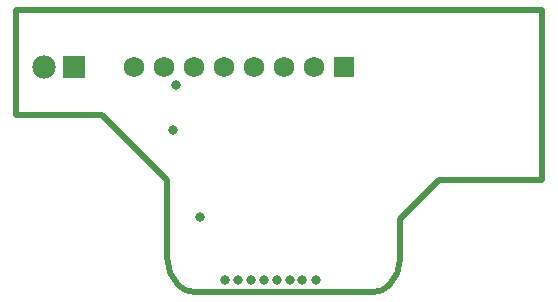
<source format=gbs>
G04*
G04 #@! TF.GenerationSoftware,Altium Limited,CircuitStudio,1.5.2 (1.5.2.30)*
G04*
G04 Layer_Color=8150272*
%FSLAX44Y44*%
%MOMM*%
G71*
G01*
G75*
%ADD18C,0.5000*%
%ADD36C,1.9812*%
%ADD37R,1.9812X1.9812*%
%ADD38C,1.7272*%
%ADD39R,1.7272X1.7272*%
%ADD41C,0.8032*%
D18*
X307169Y276295D02*
G03*
X319240Y271295I12071J12071D01*
G01*
X297169Y298995D02*
G03*
X306149Y277315I30661J0D01*
G01*
X485260D02*
G03*
X494240Y298995I-21680J21680D01*
G01*
X472169Y271295D02*
G03*
X484240Y276295I0J17071D01*
G01*
X494240Y298995D02*
Y333295D01*
X527240Y366295D01*
X614240D01*
X169240Y421295D02*
X242169D01*
X297169Y366295D01*
Y298995D02*
Y366295D01*
X484240Y276295D02*
X485260Y277315D01*
X469240Y271295D02*
X472169D01*
X169240Y421295D02*
Y510000D01*
X614240Y366295D02*
Y510000D01*
X319240Y271295D02*
X469240D01*
X169240Y510000D02*
X614240D01*
D36*
X193040Y461580D02*
D03*
D37*
X218440Y461580D02*
D03*
D38*
X269240Y461295D02*
D03*
X294640D02*
D03*
X421640D02*
D03*
X396240D02*
D03*
X370840D02*
D03*
X345440D02*
D03*
X320040D02*
D03*
D39*
X447040D02*
D03*
D41*
X304240Y446295D02*
D03*
X345700Y281295D02*
D03*
X368240D02*
D03*
X389700D02*
D03*
X302000Y408000D02*
D03*
X325000Y335000D02*
D03*
X356870Y281295D02*
D03*
X378940D02*
D03*
X400700D02*
D03*
X411480D02*
D03*
X422910D02*
D03*
M02*

</source>
